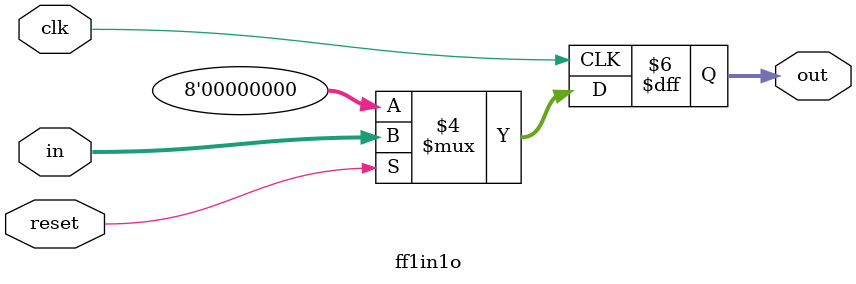
<source format=v>


`ifndef FF1IN10
`define FF1IN10


  module ff1in1o(
      input wire clk,
      input wire reset,
      input wire [7:0] in,
      output reg [7:0] out
  );
  // Each positive edge of the clock make these changes
  always @(posedge clk)
  //If this happens on a positive edge of the clock, make the following changes for the next clock edge
  begin
    // Reset synchronous
    if (reset == 0) // If reset in LOW nonblobking assing zero
    begin
      out <= 0;
    end // end if
    else begin // reset  == 1
      out <= in;
    end // end else
  end // end always posedge clk

endmodule


// Local Variables:
// verilog-library-directories:("."):
// End:
`endif

</source>
